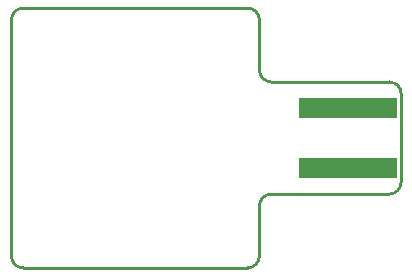
<source format=gtp>
%FSLAX34Y34*%
G04 Gerber Fmt 3.4, Leading zero omitted, Abs format*
G04 (created by PCBNEW (2014-05-21 BZR 4875)-product) date Monday 14 July 2014 12:06:10 PM IST*
%MOIN*%
G01*
G70*
G90*
G04 APERTURE LIST*
%ADD10C,0.005906*%
%ADD11C,0.010000*%
%ADD12R,0.330000X0.070000*%
G04 APERTURE END LIST*
G54D10*
G54D11*
X18405Y-16437D02*
X10925Y-16437D01*
X23523Y-10629D02*
X23523Y-13582D01*
X23129Y-10236D02*
X19192Y-10236D01*
X23129Y-13976D02*
X19192Y-13976D01*
X23129Y-13976D02*
G75*
G03X23523Y-13582I0J393D01*
G74*
G01*
X23523Y-10629D02*
G75*
G03X23129Y-10236I-393J0D01*
G74*
G01*
X10925Y-7775D02*
X18405Y-7775D01*
X10531Y-16043D02*
X10531Y-8169D01*
X10531Y-16043D02*
G75*
G03X10925Y-16437I393J0D01*
G74*
G01*
X10925Y-7775D02*
G75*
G03X10531Y-8169I0J-393D01*
G74*
G01*
X18799Y-9842D02*
X18799Y-8169D01*
X18799Y-16043D02*
X18799Y-14370D01*
X18799Y-8169D02*
G75*
G03X18405Y-7775I-393J0D01*
G74*
G01*
X18799Y-9842D02*
G75*
G03X19192Y-10236I393J0D01*
G74*
G01*
X18405Y-16437D02*
G75*
G03X18799Y-16043I0J393D01*
G74*
G01*
X19192Y-13976D02*
G75*
G03X18799Y-14370I0J-393D01*
G74*
G01*
G54D12*
X21758Y-13106D03*
X21758Y-11106D03*
M02*

</source>
